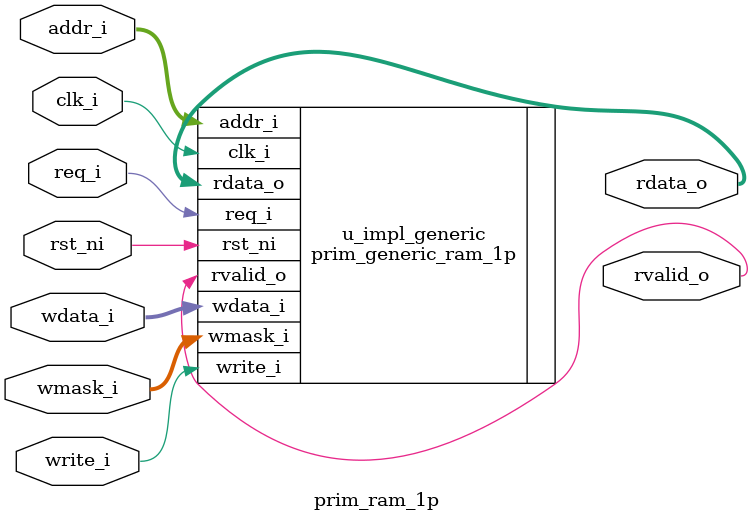
<source format=sv>



module prim_ram_1p (
  clk_i,
  rst_ni,       // Memory content reset

  req_i,
  write_i,
  addr_i,
  wdata_i,
  wmask_i,
  rvalid_o,
  rdata_o
);
  parameter int Width           = 32 ; // bit
  parameter int Depth           = 2048;
  parameter int DataBitsPerMask = 8  ; // Number of data bits per bit of write mask

  localparam int Aw             = $clog2(Depth); // derived parameter

  input clk_i ;
  input rst_ni;       // Memory content reset

  input                    req_i;
  input                    write_i;
  input        [Aw-1:0]    addr_i;
  input        [Width-1:0] wdata_i;
  input        [Width-1:0] wmask_i;
  output logic             rvalid_o;
  output logic [Width-1:0] rdata_o;



    prim_generic_ram_1p #(
      .Width(Width),
      .Depth(Depth),
      .DataBitsPerMask(DataBitsPerMask)
    ) u_impl_generic (
      .clk_i,
      .rst_ni,
      .req_i,
      .write_i,
      .addr_i,
      .wdata_i,
      .wmask_i,
      .rvalid_o,
      .rdata_o
    );


endmodule

</source>
